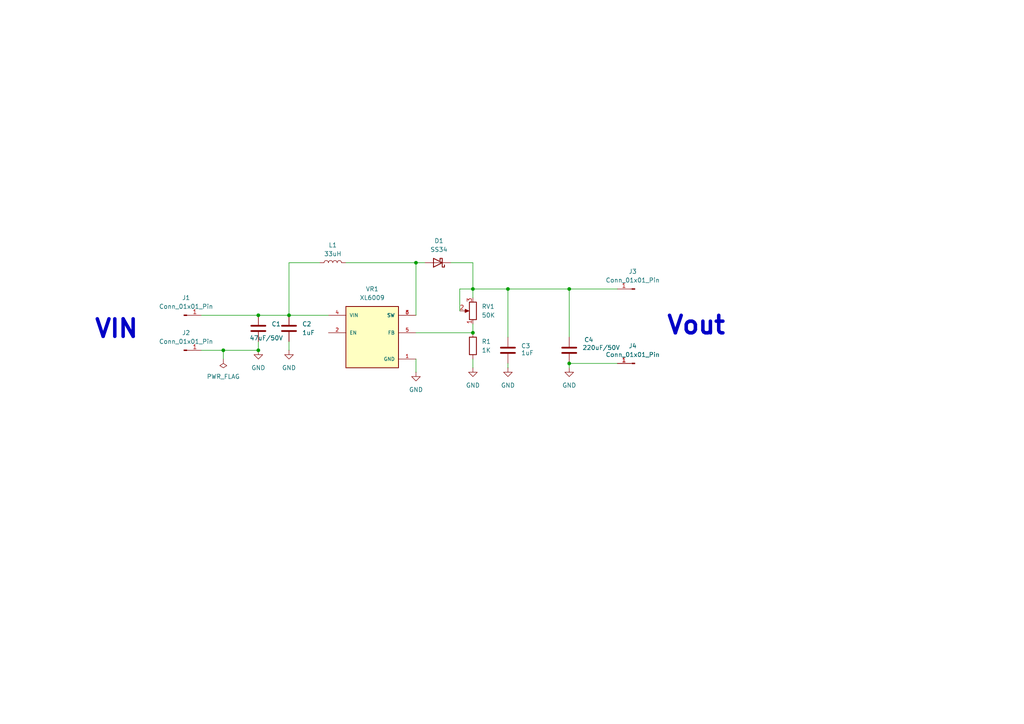
<source format=kicad_sch>
(kicad_sch
	(version 20231120)
	(generator "eeschema")
	(generator_version "8.0")
	(uuid "49da5771-1358-4459-9e64-e356adf6c2a8")
	(paper "A4")
	(title_block
		(title "DC-DC Boost Converter")
		(date "2024-10-11")
		(comment 1 "Drawn by Mamidala Anjali")
	)
	(lib_symbols
		(symbol "Connector:Conn_01x01_Pin"
			(pin_names
				(offset 1.016) hide)
			(exclude_from_sim no)
			(in_bom yes)
			(on_board yes)
			(property "Reference" "J"
				(at 0 2.54 0)
				(effects
					(font
						(size 1.27 1.27)
					)
				)
			)
			(property "Value" "Conn_01x01_Pin"
				(at 0 -2.54 0)
				(effects
					(font
						(size 1.27 1.27)
					)
				)
			)
			(property "Footprint" ""
				(at 0 0 0)
				(effects
					(font
						(size 1.27 1.27)
					)
					(hide yes)
				)
			)
			(property "Datasheet" "~"
				(at 0 0 0)
				(effects
					(font
						(size 1.27 1.27)
					)
					(hide yes)
				)
			)
			(property "Description" "Generic connector, single row, 01x01, script generated"
				(at 0 0 0)
				(effects
					(font
						(size 1.27 1.27)
					)
					(hide yes)
				)
			)
			(property "ki_locked" ""
				(at 0 0 0)
				(effects
					(font
						(size 1.27 1.27)
					)
				)
			)
			(property "ki_keywords" "connector"
				(at 0 0 0)
				(effects
					(font
						(size 1.27 1.27)
					)
					(hide yes)
				)
			)
			(property "ki_fp_filters" "Connector*:*_1x??_*"
				(at 0 0 0)
				(effects
					(font
						(size 1.27 1.27)
					)
					(hide yes)
				)
			)
			(symbol "Conn_01x01_Pin_1_1"
				(polyline
					(pts
						(xy 1.27 0) (xy 0.8636 0)
					)
					(stroke
						(width 0.1524)
						(type default)
					)
					(fill
						(type none)
					)
				)
				(rectangle
					(start 0.8636 0.127)
					(end 0 -0.127)
					(stroke
						(width 0.1524)
						(type default)
					)
					(fill
						(type outline)
					)
				)
				(pin passive line
					(at 5.08 0 180)
					(length 3.81)
					(name "Pin_1"
						(effects
							(font
								(size 1.27 1.27)
							)
						)
					)
					(number "1"
						(effects
							(font
								(size 1.27 1.27)
							)
						)
					)
				)
			)
		)
		(symbol "Device:C"
			(pin_numbers hide)
			(pin_names
				(offset 0.254)
			)
			(exclude_from_sim no)
			(in_bom yes)
			(on_board yes)
			(property "Reference" "C"
				(at 0.635 2.54 0)
				(effects
					(font
						(size 1.27 1.27)
					)
					(justify left)
				)
			)
			(property "Value" "C"
				(at 0.635 -2.54 0)
				(effects
					(font
						(size 1.27 1.27)
					)
					(justify left)
				)
			)
			(property "Footprint" ""
				(at 0.9652 -3.81 0)
				(effects
					(font
						(size 1.27 1.27)
					)
					(hide yes)
				)
			)
			(property "Datasheet" "~"
				(at 0 0 0)
				(effects
					(font
						(size 1.27 1.27)
					)
					(hide yes)
				)
			)
			(property "Description" "Unpolarized capacitor"
				(at 0 0 0)
				(effects
					(font
						(size 1.27 1.27)
					)
					(hide yes)
				)
			)
			(property "ki_keywords" "cap capacitor"
				(at 0 0 0)
				(effects
					(font
						(size 1.27 1.27)
					)
					(hide yes)
				)
			)
			(property "ki_fp_filters" "C_*"
				(at 0 0 0)
				(effects
					(font
						(size 1.27 1.27)
					)
					(hide yes)
				)
			)
			(symbol "C_0_1"
				(polyline
					(pts
						(xy -2.032 -0.762) (xy 2.032 -0.762)
					)
					(stroke
						(width 0.508)
						(type default)
					)
					(fill
						(type none)
					)
				)
				(polyline
					(pts
						(xy -2.032 0.762) (xy 2.032 0.762)
					)
					(stroke
						(width 0.508)
						(type default)
					)
					(fill
						(type none)
					)
				)
			)
			(symbol "C_1_1"
				(pin passive line
					(at 0 3.81 270)
					(length 2.794)
					(name "~"
						(effects
							(font
								(size 1.27 1.27)
							)
						)
					)
					(number "1"
						(effects
							(font
								(size 1.27 1.27)
							)
						)
					)
				)
				(pin passive line
					(at 0 -3.81 90)
					(length 2.794)
					(name "~"
						(effects
							(font
								(size 1.27 1.27)
							)
						)
					)
					(number "2"
						(effects
							(font
								(size 1.27 1.27)
							)
						)
					)
				)
			)
		)
		(symbol "Device:L"
			(pin_numbers hide)
			(pin_names
				(offset 1.016) hide)
			(exclude_from_sim no)
			(in_bom yes)
			(on_board yes)
			(property "Reference" "L"
				(at -1.27 0 90)
				(effects
					(font
						(size 1.27 1.27)
					)
				)
			)
			(property "Value" "L"
				(at 1.905 0 90)
				(effects
					(font
						(size 1.27 1.27)
					)
				)
			)
			(property "Footprint" ""
				(at 0 0 0)
				(effects
					(font
						(size 1.27 1.27)
					)
					(hide yes)
				)
			)
			(property "Datasheet" "~"
				(at 0 0 0)
				(effects
					(font
						(size 1.27 1.27)
					)
					(hide yes)
				)
			)
			(property "Description" "Inductor"
				(at 0 0 0)
				(effects
					(font
						(size 1.27 1.27)
					)
					(hide yes)
				)
			)
			(property "ki_keywords" "inductor choke coil reactor magnetic"
				(at 0 0 0)
				(effects
					(font
						(size 1.27 1.27)
					)
					(hide yes)
				)
			)
			(property "ki_fp_filters" "Choke_* *Coil* Inductor_* L_*"
				(at 0 0 0)
				(effects
					(font
						(size 1.27 1.27)
					)
					(hide yes)
				)
			)
			(symbol "L_0_1"
				(arc
					(start 0 -2.54)
					(mid 0.6323 -1.905)
					(end 0 -1.27)
					(stroke
						(width 0)
						(type default)
					)
					(fill
						(type none)
					)
				)
				(arc
					(start 0 -1.27)
					(mid 0.6323 -0.635)
					(end 0 0)
					(stroke
						(width 0)
						(type default)
					)
					(fill
						(type none)
					)
				)
				(arc
					(start 0 0)
					(mid 0.6323 0.635)
					(end 0 1.27)
					(stroke
						(width 0)
						(type default)
					)
					(fill
						(type none)
					)
				)
				(arc
					(start 0 1.27)
					(mid 0.6323 1.905)
					(end 0 2.54)
					(stroke
						(width 0)
						(type default)
					)
					(fill
						(type none)
					)
				)
			)
			(symbol "L_1_1"
				(pin passive line
					(at 0 3.81 270)
					(length 1.27)
					(name "1"
						(effects
							(font
								(size 1.27 1.27)
							)
						)
					)
					(number "1"
						(effects
							(font
								(size 1.27 1.27)
							)
						)
					)
				)
				(pin passive line
					(at 0 -3.81 90)
					(length 1.27)
					(name "2"
						(effects
							(font
								(size 1.27 1.27)
							)
						)
					)
					(number "2"
						(effects
							(font
								(size 1.27 1.27)
							)
						)
					)
				)
			)
		)
		(symbol "Device:R"
			(pin_numbers hide)
			(pin_names
				(offset 0)
			)
			(exclude_from_sim no)
			(in_bom yes)
			(on_board yes)
			(property "Reference" "R"
				(at 2.032 0 90)
				(effects
					(font
						(size 1.27 1.27)
					)
				)
			)
			(property "Value" "R"
				(at 0 0 90)
				(effects
					(font
						(size 1.27 1.27)
					)
				)
			)
			(property "Footprint" ""
				(at -1.778 0 90)
				(effects
					(font
						(size 1.27 1.27)
					)
					(hide yes)
				)
			)
			(property "Datasheet" "~"
				(at 0 0 0)
				(effects
					(font
						(size 1.27 1.27)
					)
					(hide yes)
				)
			)
			(property "Description" "Resistor"
				(at 0 0 0)
				(effects
					(font
						(size 1.27 1.27)
					)
					(hide yes)
				)
			)
			(property "ki_keywords" "R res resistor"
				(at 0 0 0)
				(effects
					(font
						(size 1.27 1.27)
					)
					(hide yes)
				)
			)
			(property "ki_fp_filters" "R_*"
				(at 0 0 0)
				(effects
					(font
						(size 1.27 1.27)
					)
					(hide yes)
				)
			)
			(symbol "R_0_1"
				(rectangle
					(start -1.016 -2.54)
					(end 1.016 2.54)
					(stroke
						(width 0.254)
						(type default)
					)
					(fill
						(type none)
					)
				)
			)
			(symbol "R_1_1"
				(pin passive line
					(at 0 3.81 270)
					(length 1.27)
					(name "~"
						(effects
							(font
								(size 1.27 1.27)
							)
						)
					)
					(number "1"
						(effects
							(font
								(size 1.27 1.27)
							)
						)
					)
				)
				(pin passive line
					(at 0 -3.81 90)
					(length 1.27)
					(name "~"
						(effects
							(font
								(size 1.27 1.27)
							)
						)
					)
					(number "2"
						(effects
							(font
								(size 1.27 1.27)
							)
						)
					)
				)
			)
		)
		(symbol "Device:R_Potentiometer"
			(pin_names
				(offset 1.016) hide)
			(exclude_from_sim no)
			(in_bom yes)
			(on_board yes)
			(property "Reference" "RV"
				(at -4.445 0 90)
				(effects
					(font
						(size 1.27 1.27)
					)
				)
			)
			(property "Value" "R_Potentiometer"
				(at -2.54 0 90)
				(effects
					(font
						(size 1.27 1.27)
					)
				)
			)
			(property "Footprint" ""
				(at 0 0 0)
				(effects
					(font
						(size 1.27 1.27)
					)
					(hide yes)
				)
			)
			(property "Datasheet" "~"
				(at 0 0 0)
				(effects
					(font
						(size 1.27 1.27)
					)
					(hide yes)
				)
			)
			(property "Description" "Potentiometer"
				(at 0 0 0)
				(effects
					(font
						(size 1.27 1.27)
					)
					(hide yes)
				)
			)
			(property "ki_keywords" "resistor variable"
				(at 0 0 0)
				(effects
					(font
						(size 1.27 1.27)
					)
					(hide yes)
				)
			)
			(property "ki_fp_filters" "Potentiometer*"
				(at 0 0 0)
				(effects
					(font
						(size 1.27 1.27)
					)
					(hide yes)
				)
			)
			(symbol "R_Potentiometer_0_1"
				(polyline
					(pts
						(xy 2.54 0) (xy 1.524 0)
					)
					(stroke
						(width 0)
						(type default)
					)
					(fill
						(type none)
					)
				)
				(polyline
					(pts
						(xy 1.143 0) (xy 2.286 0.508) (xy 2.286 -0.508) (xy 1.143 0)
					)
					(stroke
						(width 0)
						(type default)
					)
					(fill
						(type outline)
					)
				)
				(rectangle
					(start 1.016 2.54)
					(end -1.016 -2.54)
					(stroke
						(width 0.254)
						(type default)
					)
					(fill
						(type none)
					)
				)
			)
			(symbol "R_Potentiometer_1_1"
				(pin passive line
					(at 0 3.81 270)
					(length 1.27)
					(name "1"
						(effects
							(font
								(size 1.27 1.27)
							)
						)
					)
					(number "1"
						(effects
							(font
								(size 1.27 1.27)
							)
						)
					)
				)
				(pin passive line
					(at 3.81 0 180)
					(length 1.27)
					(name "2"
						(effects
							(font
								(size 1.27 1.27)
							)
						)
					)
					(number "2"
						(effects
							(font
								(size 1.27 1.27)
							)
						)
					)
				)
				(pin passive line
					(at 0 -3.81 90)
					(length 1.27)
					(name "3"
						(effects
							(font
								(size 1.27 1.27)
							)
						)
					)
					(number "3"
						(effects
							(font
								(size 1.27 1.27)
							)
						)
					)
				)
			)
		)
		(symbol "Diode:SS34"
			(pin_numbers hide)
			(pin_names
				(offset 1.016) hide)
			(exclude_from_sim no)
			(in_bom yes)
			(on_board yes)
			(property "Reference" "D"
				(at 0 2.54 0)
				(effects
					(font
						(size 1.27 1.27)
					)
				)
			)
			(property "Value" "SS34"
				(at 0 -2.54 0)
				(effects
					(font
						(size 1.27 1.27)
					)
				)
			)
			(property "Footprint" "Diode_SMD:D_SMA"
				(at 0 -4.445 0)
				(effects
					(font
						(size 1.27 1.27)
					)
					(hide yes)
				)
			)
			(property "Datasheet" "https://www.vishay.com/docs/88751/ss32.pdf"
				(at 0 0 0)
				(effects
					(font
						(size 1.27 1.27)
					)
					(hide yes)
				)
			)
			(property "Description" "40V 3A Schottky Diode, SMA"
				(at 0 0 0)
				(effects
					(font
						(size 1.27 1.27)
					)
					(hide yes)
				)
			)
			(property "ki_keywords" "diode Schottky"
				(at 0 0 0)
				(effects
					(font
						(size 1.27 1.27)
					)
					(hide yes)
				)
			)
			(property "ki_fp_filters" "D*SMA*"
				(at 0 0 0)
				(effects
					(font
						(size 1.27 1.27)
					)
					(hide yes)
				)
			)
			(symbol "SS34_0_1"
				(polyline
					(pts
						(xy 1.27 0) (xy -1.27 0)
					)
					(stroke
						(width 0)
						(type default)
					)
					(fill
						(type none)
					)
				)
				(polyline
					(pts
						(xy 1.27 1.27) (xy 1.27 -1.27) (xy -1.27 0) (xy 1.27 1.27)
					)
					(stroke
						(width 0.254)
						(type default)
					)
					(fill
						(type none)
					)
				)
				(polyline
					(pts
						(xy -1.905 0.635) (xy -1.905 1.27) (xy -1.27 1.27) (xy -1.27 -1.27) (xy -0.635 -1.27) (xy -0.635 -0.635)
					)
					(stroke
						(width 0.254)
						(type default)
					)
					(fill
						(type none)
					)
				)
			)
			(symbol "SS34_1_1"
				(pin passive line
					(at -3.81 0 0)
					(length 2.54)
					(name "K"
						(effects
							(font
								(size 1.27 1.27)
							)
						)
					)
					(number "1"
						(effects
							(font
								(size 1.27 1.27)
							)
						)
					)
				)
				(pin passive line
					(at 3.81 0 180)
					(length 2.54)
					(name "A"
						(effects
							(font
								(size 1.27 1.27)
							)
						)
					)
					(number "2"
						(effects
							(font
								(size 1.27 1.27)
							)
						)
					)
				)
			)
		)
		(symbol "XL6009:XL6009"
			(pin_names
				(offset 1.016)
			)
			(exclude_from_sim no)
			(in_bom yes)
			(on_board yes)
			(property "Reference" "VR"
				(at -7.62 8.89 0)
				(effects
					(font
						(size 1.27 1.27)
					)
					(justify left bottom)
				)
			)
			(property "Value" "XL6009"
				(at -7.62 -11.43 0)
				(effects
					(font
						(size 1.27 1.27)
					)
					(justify left top)
				)
			)
			(property "Footprint" "XL6009:DPAK170P1435X465-6N"
				(at 0 0 0)
				(effects
					(font
						(size 1.27 1.27)
					)
					(justify bottom)
					(hide yes)
				)
			)
			(property "Datasheet" ""
				(at 0 0 0)
				(effects
					(font
						(size 1.27 1.27)
					)
					(hide yes)
				)
			)
			(property "Description" ""
				(at 0 0 0)
				(effects
					(font
						(size 1.27 1.27)
					)
					(hide yes)
				)
			)
			(property "MF" "XLSEMI"
				(at 0 0 0)
				(effects
					(font
						(size 1.27 1.27)
					)
					(justify bottom)
					(hide yes)
				)
			)
			(property "MAXIMUM_PACKAGE_HEIGHT" "4.65mm"
				(at 0 0 0)
				(effects
					(font
						(size 1.27 1.27)
					)
					(justify bottom)
					(hide yes)
				)
			)
			(property "Package" "TO-263-5L XLSEMI"
				(at 0 0 0)
				(effects
					(font
						(size 1.27 1.27)
					)
					(justify bottom)
					(hide yes)
				)
			)
			(property "Price" "None"
				(at 0 0 0)
				(effects
					(font
						(size 1.27 1.27)
					)
					(justify bottom)
					(hide yes)
				)
			)
			(property "Check_prices" "https://www.snapeda.com/parts/XL6009/XLSEMI/view-part/?ref=eda"
				(at 0 0 0)
				(effects
					(font
						(size 1.27 1.27)
					)
					(justify bottom)
					(hide yes)
				)
			)
			(property "STANDARD" "IPC-7351B"
				(at 0 0 0)
				(effects
					(font
						(size 1.27 1.27)
					)
					(justify bottom)
					(hide yes)
				)
			)
			(property "PARTREV" "1.1"
				(at 0 0 0)
				(effects
					(font
						(size 1.27 1.27)
					)
					(justify bottom)
					(hide yes)
				)
			)
			(property "SnapEDA_Link" "https://www.snapeda.com/parts/XL6009/XLSEMI/view-part/?ref=snap"
				(at 0 0 0)
				(effects
					(font
						(size 1.27 1.27)
					)
					(justify bottom)
					(hide yes)
				)
			)
			(property "MP" "XL6009"
				(at 0 0 0)
				(effects
					(font
						(size 1.27 1.27)
					)
					(justify bottom)
					(hide yes)
				)
			)
			(property "Description_1" "\nThe XL6009 regulator is a wide input range, current mode, DC/DC converter which is capable of generating either positive or negative output voltages.\n"
				(at 0 0 0)
				(effects
					(font
						(size 1.27 1.27)
					)
					(justify bottom)
					(hide yes)
				)
			)
			(property "Availability" "In Stock"
				(at 0 0 0)
				(effects
					(font
						(size 1.27 1.27)
					)
					(justify bottom)
					(hide yes)
				)
			)
			(property "MANUFACTURER" "XLSEMI"
				(at 0 0 0)
				(effects
					(font
						(size 1.27 1.27)
					)
					(justify bottom)
					(hide yes)
				)
			)
			(symbol "XL6009_0_0"
				(rectangle
					(start -7.62 -10.16)
					(end 7.62 7.62)
					(stroke
						(width 0.254)
						(type default)
					)
					(fill
						(type background)
					)
				)
				(pin power_in line
					(at 12.7 -7.62 180)
					(length 5.08)
					(name "GND"
						(effects
							(font
								(size 1.016 1.016)
							)
						)
					)
					(number "1"
						(effects
							(font
								(size 1.016 1.016)
							)
						)
					)
				)
				(pin input line
					(at -12.7 0 0)
					(length 5.08)
					(name "EN"
						(effects
							(font
								(size 1.016 1.016)
							)
						)
					)
					(number "2"
						(effects
							(font
								(size 1.016 1.016)
							)
						)
					)
				)
				(pin output line
					(at 12.7 5.08 180)
					(length 5.08)
					(name "SW"
						(effects
							(font
								(size 1.016 1.016)
							)
						)
					)
					(number "3"
						(effects
							(font
								(size 1.016 1.016)
							)
						)
					)
				)
				(pin input line
					(at -12.7 5.08 0)
					(length 5.08)
					(name "VIN"
						(effects
							(font
								(size 1.016 1.016)
							)
						)
					)
					(number "4"
						(effects
							(font
								(size 1.016 1.016)
							)
						)
					)
				)
				(pin input line
					(at 12.7 0 180)
					(length 5.08)
					(name "FB"
						(effects
							(font
								(size 1.016 1.016)
							)
						)
					)
					(number "5"
						(effects
							(font
								(size 1.016 1.016)
							)
						)
					)
				)
				(pin output line
					(at 12.7 5.08 180)
					(length 5.08)
					(name "SW"
						(effects
							(font
								(size 1.016 1.016)
							)
						)
					)
					(number "6"
						(effects
							(font
								(size 1.016 1.016)
							)
						)
					)
				)
			)
		)
		(symbol "power:GND"
			(power)
			(pin_numbers hide)
			(pin_names
				(offset 0) hide)
			(exclude_from_sim no)
			(in_bom yes)
			(on_board yes)
			(property "Reference" "#PWR"
				(at 0 -6.35 0)
				(effects
					(font
						(size 1.27 1.27)
					)
					(hide yes)
				)
			)
			(property "Value" "GND"
				(at 0 -3.81 0)
				(effects
					(font
						(size 1.27 1.27)
					)
				)
			)
			(property "Footprint" ""
				(at 0 0 0)
				(effects
					(font
						(size 1.27 1.27)
					)
					(hide yes)
				)
			)
			(property "Datasheet" ""
				(at 0 0 0)
				(effects
					(font
						(size 1.27 1.27)
					)
					(hide yes)
				)
			)
			(property "Description" "Power symbol creates a global label with name \"GND\" , ground"
				(at 0 0 0)
				(effects
					(font
						(size 1.27 1.27)
					)
					(hide yes)
				)
			)
			(property "ki_keywords" "global power"
				(at 0 0 0)
				(effects
					(font
						(size 1.27 1.27)
					)
					(hide yes)
				)
			)
			(symbol "GND_0_1"
				(polyline
					(pts
						(xy 0 0) (xy 0 -1.27) (xy 1.27 -1.27) (xy 0 -2.54) (xy -1.27 -1.27) (xy 0 -1.27)
					)
					(stroke
						(width 0)
						(type default)
					)
					(fill
						(type none)
					)
				)
			)
			(symbol "GND_1_1"
				(pin power_in line
					(at 0 0 270)
					(length 0)
					(name "~"
						(effects
							(font
								(size 1.27 1.27)
							)
						)
					)
					(number "1"
						(effects
							(font
								(size 1.27 1.27)
							)
						)
					)
				)
			)
		)
		(symbol "power:PWR_FLAG"
			(power)
			(pin_numbers hide)
			(pin_names
				(offset 0) hide)
			(exclude_from_sim no)
			(in_bom yes)
			(on_board yes)
			(property "Reference" "#FLG"
				(at 0 1.905 0)
				(effects
					(font
						(size 1.27 1.27)
					)
					(hide yes)
				)
			)
			(property "Value" "PWR_FLAG"
				(at 0 3.81 0)
				(effects
					(font
						(size 1.27 1.27)
					)
				)
			)
			(property "Footprint" ""
				(at 0 0 0)
				(effects
					(font
						(size 1.27 1.27)
					)
					(hide yes)
				)
			)
			(property "Datasheet" "~"
				(at 0 0 0)
				(effects
					(font
						(size 1.27 1.27)
					)
					(hide yes)
				)
			)
			(property "Description" "Special symbol for telling ERC where power comes from"
				(at 0 0 0)
				(effects
					(font
						(size 1.27 1.27)
					)
					(hide yes)
				)
			)
			(property "ki_keywords" "flag power"
				(at 0 0 0)
				(effects
					(font
						(size 1.27 1.27)
					)
					(hide yes)
				)
			)
			(symbol "PWR_FLAG_0_0"
				(pin power_out line
					(at 0 0 90)
					(length 0)
					(name "~"
						(effects
							(font
								(size 1.27 1.27)
							)
						)
					)
					(number "1"
						(effects
							(font
								(size 1.27 1.27)
							)
						)
					)
				)
			)
			(symbol "PWR_FLAG_0_1"
				(polyline
					(pts
						(xy 0 0) (xy 0 1.27) (xy -1.016 1.905) (xy 0 2.54) (xy 1.016 1.905) (xy 0 1.27)
					)
					(stroke
						(width 0)
						(type default)
					)
					(fill
						(type none)
					)
				)
			)
		)
	)
	(junction
		(at 120.65 76.2)
		(diameter 0)
		(color 0 0 0 0)
		(uuid "33a84b26-5405-4288-9935-482ea8ebf267")
	)
	(junction
		(at 165.1 105.41)
		(diameter 0)
		(color 0 0 0 0)
		(uuid "392439a7-4fdb-4da6-b9fb-541776c5844f")
	)
	(junction
		(at 165.1 83.82)
		(diameter 0)
		(color 0 0 0 0)
		(uuid "3b44d857-5cc9-4e55-ae8c-502d2e3717ee")
	)
	(junction
		(at 74.93 91.44)
		(diameter 0)
		(color 0 0 0 0)
		(uuid "530a991d-12c3-4f9b-a91e-78f01b7ce363")
	)
	(junction
		(at 147.32 83.82)
		(diameter 0)
		(color 0 0 0 0)
		(uuid "5893e4c5-06a3-4e21-956f-c367ae64d9ab")
	)
	(junction
		(at 83.82 91.44)
		(diameter 0)
		(color 0 0 0 0)
		(uuid "6c9f6887-24ac-4cfb-8aad-a4344d3b19c0")
	)
	(junction
		(at 137.16 96.52)
		(diameter 0)
		(color 0 0 0 0)
		(uuid "7d529f45-2cce-40a1-a46b-9543d1744391")
	)
	(junction
		(at 137.16 83.82)
		(diameter 0)
		(color 0 0 0 0)
		(uuid "7df48299-0861-429f-83b7-6e9934c6c2c8")
	)
	(junction
		(at 74.93 101.6)
		(diameter 0)
		(color 0 0 0 0)
		(uuid "80209ca6-f0bb-4c12-9c8e-3da23524ff95")
	)
	(junction
		(at 64.77 101.6)
		(diameter 0)
		(color 0 0 0 0)
		(uuid "90ad817f-6f4d-49e9-b9bf-69346ea36815")
	)
	(wire
		(pts
			(xy 120.65 96.52) (xy 137.16 96.52)
		)
		(stroke
			(width 0)
			(type default)
		)
		(uuid "0c91b678-c2f1-4a15-91fb-95791d63b713")
	)
	(wire
		(pts
			(xy 83.82 91.44) (xy 95.25 91.44)
		)
		(stroke
			(width 0)
			(type default)
		)
		(uuid "0cbce00d-1e13-41a8-8d1a-df8414890da4")
	)
	(wire
		(pts
			(xy 74.93 91.44) (xy 83.82 91.44)
		)
		(stroke
			(width 0)
			(type default)
		)
		(uuid "12aae57e-7eb7-493d-bb34-9a41ce458ae1")
	)
	(wire
		(pts
			(xy 133.35 83.82) (xy 137.16 83.82)
		)
		(stroke
			(width 0)
			(type default)
		)
		(uuid "1b8e99d3-af46-46c7-bb83-afb721e2ba12")
	)
	(wire
		(pts
			(xy 165.1 105.41) (xy 165.1 106.68)
		)
		(stroke
			(width 0)
			(type default)
		)
		(uuid "20401037-d080-4a78-9114-9446dc61239a")
	)
	(wire
		(pts
			(xy 165.1 83.82) (xy 165.1 97.79)
		)
		(stroke
			(width 0)
			(type default)
		)
		(uuid "2213c993-bf99-4439-b1e1-83468e444d05")
	)
	(wire
		(pts
			(xy 64.77 101.6) (xy 74.93 101.6)
		)
		(stroke
			(width 0)
			(type default)
		)
		(uuid "271b4c9a-e348-4fd9-a6b4-4424063ad631")
	)
	(wire
		(pts
			(xy 133.35 90.17) (xy 133.35 83.82)
		)
		(stroke
			(width 0)
			(type default)
		)
		(uuid "31c9d85f-de85-43a7-bb2f-2415a518a410")
	)
	(wire
		(pts
			(xy 165.1 83.82) (xy 179.07 83.82)
		)
		(stroke
			(width 0)
			(type default)
		)
		(uuid "3c97ee3a-8143-434d-8a7f-7752480e3024")
	)
	(wire
		(pts
			(xy 83.82 101.6) (xy 83.82 99.06)
		)
		(stroke
			(width 0)
			(type default)
		)
		(uuid "477cf965-25c6-42be-8d15-4d450ecbedf4")
	)
	(wire
		(pts
			(xy 147.32 97.79) (xy 147.32 83.82)
		)
		(stroke
			(width 0)
			(type default)
		)
		(uuid "4821ed81-ac4f-4a48-b0f9-5b0583c5e6ea")
	)
	(wire
		(pts
			(xy 83.82 76.2) (xy 92.71 76.2)
		)
		(stroke
			(width 0)
			(type default)
		)
		(uuid "49c33a12-9fe5-49ed-8e76-49d343f6fda5")
	)
	(wire
		(pts
			(xy 100.33 76.2) (xy 120.65 76.2)
		)
		(stroke
			(width 0)
			(type default)
		)
		(uuid "5a73a682-32a7-49ec-886f-643bcf22f4e8")
	)
	(wire
		(pts
			(xy 58.42 101.6) (xy 64.77 101.6)
		)
		(stroke
			(width 0)
			(type default)
		)
		(uuid "63095eb6-3a78-43c6-b65c-b293b12be152")
	)
	(wire
		(pts
			(xy 137.16 104.14) (xy 137.16 106.68)
		)
		(stroke
			(width 0)
			(type default)
		)
		(uuid "644c56b1-07bc-47d5-9c7e-e0be537911a0")
	)
	(wire
		(pts
			(xy 58.42 91.44) (xy 74.93 91.44)
		)
		(stroke
			(width 0)
			(type default)
		)
		(uuid "72bd83a8-0c83-4321-85a3-65eef60b7c2b")
	)
	(wire
		(pts
			(xy 147.32 105.41) (xy 147.32 106.68)
		)
		(stroke
			(width 0)
			(type default)
		)
		(uuid "80628bd7-1757-448d-9e20-d3132d663c1e")
	)
	(wire
		(pts
			(xy 137.16 83.82) (xy 137.16 86.36)
		)
		(stroke
			(width 0)
			(type default)
		)
		(uuid "86a60686-af79-4751-90d3-3023a55bc7b0")
	)
	(wire
		(pts
			(xy 147.32 83.82) (xy 165.1 83.82)
		)
		(stroke
			(width 0)
			(type default)
		)
		(uuid "963611d2-2fa7-4953-ba8d-1a1707604650")
	)
	(wire
		(pts
			(xy 137.16 76.2) (xy 137.16 83.82)
		)
		(stroke
			(width 0)
			(type default)
		)
		(uuid "aa61c2f9-e093-402a-a0a1-c84b8750fd7e")
	)
	(wire
		(pts
			(xy 137.16 93.98) (xy 137.16 96.52)
		)
		(stroke
			(width 0)
			(type default)
		)
		(uuid "ba01fb48-df14-4e99-b3c9-222922f144a8")
	)
	(wire
		(pts
			(xy 137.16 83.82) (xy 147.32 83.82)
		)
		(stroke
			(width 0)
			(type default)
		)
		(uuid "bf2fb587-634b-4784-8888-901d9a4d21c2")
	)
	(wire
		(pts
			(xy 83.82 91.44) (xy 83.82 76.2)
		)
		(stroke
			(width 0)
			(type default)
		)
		(uuid "d4fcfe86-5b13-4df0-baa2-98f56563a06f")
	)
	(wire
		(pts
			(xy 120.65 76.2) (xy 123.19 76.2)
		)
		(stroke
			(width 0)
			(type default)
		)
		(uuid "d78e51d5-f0f6-434b-a002-df1c1a4bb0ef")
	)
	(wire
		(pts
			(xy 130.81 76.2) (xy 137.16 76.2)
		)
		(stroke
			(width 0)
			(type default)
		)
		(uuid "dd96af55-8116-468b-8a74-18ea0a563550")
	)
	(wire
		(pts
			(xy 74.93 99.06) (xy 74.93 101.6)
		)
		(stroke
			(width 0)
			(type default)
		)
		(uuid "e3201c60-d6e5-4f68-b8cd-0d34266c3956")
	)
	(wire
		(pts
			(xy 64.77 101.6) (xy 64.77 104.14)
		)
		(stroke
			(width 0)
			(type default)
		)
		(uuid "e5f3dbbe-1bb0-43fb-b0c2-d50b44ad94e9")
	)
	(wire
		(pts
			(xy 120.65 76.2) (xy 120.65 91.44)
		)
		(stroke
			(width 0)
			(type default)
		)
		(uuid "eb2ca7ab-4e8f-4146-9760-49a023e73adf")
	)
	(wire
		(pts
			(xy 120.65 104.14) (xy 120.65 107.95)
		)
		(stroke
			(width 0)
			(type default)
		)
		(uuid "f12275c1-2ea4-4145-8100-cf2967151c42")
	)
	(wire
		(pts
			(xy 165.1 105.41) (xy 179.07 105.41)
		)
		(stroke
			(width 0)
			(type default)
		)
		(uuid "fca8a423-d22c-4aed-b7ae-d304658d0d67")
	)
	(text "Vout"
		(exclude_from_sim no)
		(at 201.93 94.488 0)
		(effects
			(font
				(size 5.08 5.08)
				(thickness 1.016)
				(bold yes)
			)
		)
		(uuid "9aa0cb9e-1f8e-4c81-9aec-d03dd088ea72")
	)
	(text "VIN"
		(exclude_from_sim no)
		(at 33.782 95.504 0)
		(effects
			(font
				(size 5.08 5.08)
				(thickness 1.016)
				(bold yes)
			)
		)
		(uuid "f9418ef5-556c-4d81-974d-1314c33187e2")
	)
	(symbol
		(lib_id "XL6009:XL6009")
		(at 107.95 96.52 0)
		(unit 1)
		(exclude_from_sim no)
		(in_bom yes)
		(on_board yes)
		(dnp no)
		(fields_autoplaced yes)
		(uuid "04e2e4ee-50f7-417a-8a5a-83d8f8bd7ed3")
		(property "Reference" "VR1"
			(at 107.95 83.82 0)
			(effects
				(font
					(size 1.27 1.27)
				)
			)
		)
		(property "Value" "XL6009"
			(at 107.95 86.36 0)
			(effects
				(font
					(size 1.27 1.27)
				)
			)
		)
		(property "Footprint" "XL6009:DPAK170P1435X465-6N"
			(at 107.95 96.52 0)
			(effects
				(font
					(size 1.27 1.27)
				)
				(justify bottom)
				(hide yes)
			)
		)
		(property "Datasheet" ""
			(at 107.95 96.52 0)
			(effects
				(font
					(size 1.27 1.27)
				)
				(hide yes)
			)
		)
		(property "Description" ""
			(at 107.95 96.52 0)
			(effects
				(font
					(size 1.27 1.27)
				)
				(hide yes)
			)
		)
		(property "MF" "XLSEMI"
			(at 107.95 96.52 0)
			(effects
				(font
					(size 1.27 1.27)
				)
				(justify bottom)
				(hide yes)
			)
		)
		(property "MAXIMUM_PACKAGE_HEIGHT" "4.65mm"
			(at 107.95 96.52 0)
			(effects
				(font
					(size 1.27 1.27)
				)
				(justify bottom)
				(hide yes)
			)
		)
		(property "Package" "TO-263-5L XLSEMI"
			(at 107.95 96.52 0)
			(effects
				(font
					(size 1.27 1.27)
				)
				(justify bottom)
				(hide yes)
			)
		)
		(property "Price" "None"
			(at 107.95 96.52 0)
			(effects
				(font
					(size 1.27 1.27)
				)
				(justify bottom)
				(hide yes)
			)
		)
		(property "Check_prices" "https://www.snapeda.com/parts/XL6009/XLSEMI/view-part/?ref=eda"
			(at 107.95 96.52 0)
			(effects
				(font
					(size 1.27 1.27)
				)
				(justify bottom)
				(hide yes)
			)
		)
		(property "STANDARD" "IPC-7351B"
			(at 107.95 96.52 0)
			(effects
				(font
					(size 1.27 1.27)
				)
				(justify bottom)
				(hide yes)
			)
		)
		(property "PARTREV" "1.1"
			(at 107.95 96.52 0)
			(effects
				(font
					(size 1.27 1.27)
				)
				(justify bottom)
				(hide yes)
			)
		)
		(property "SnapEDA_Link" "https://www.snapeda.com/parts/XL6009/XLSEMI/view-part/?ref=snap"
			(at 107.95 96.52 0)
			(effects
				(font
					(size 1.27 1.27)
				)
				(justify bottom)
				(hide yes)
			)
		)
		(property "MP" "XL6009"
			(at 107.95 96.52 0)
			(effects
				(font
					(size 1.27 1.27)
				)
				(justify bottom)
				(hide yes)
			)
		)
		(property "Description_1" "\nThe XL6009 regulator is a wide input range, current mode, DC/DC converter which is capable of generating either positive or negative output voltages.\n"
			(at 107.95 96.52 0)
			(effects
				(font
					(size 1.27 1.27)
				)
				(justify bottom)
				(hide yes)
			)
		)
		(property "Availability" "In Stock"
			(at 107.95 96.52 0)
			(effects
				(font
					(size 1.27 1.27)
				)
				(justify bottom)
				(hide yes)
			)
		)
		(property "MANUFACTURER" "XLSEMI"
			(at 107.95 96.52 0)
			(effects
				(font
					(size 1.27 1.27)
				)
				(justify bottom)
				(hide yes)
			)
		)
		(pin "2"
			(uuid "c978b05e-96d0-420e-bd27-c4a9ba84b866")
		)
		(pin "1"
			(uuid "e7bdefaa-6d59-4699-8101-9bddc164251f")
		)
		(pin "4"
			(uuid "033fa3a2-877f-4378-9bc4-2171b2708c7d")
		)
		(pin "5"
			(uuid "45335743-1ca8-4de8-8d41-fd19591e5855")
		)
		(pin "3"
			(uuid "6895bf34-8b2d-413d-99dd-1d70947d48df")
		)
		(pin "6"
			(uuid "46efdba0-4b08-491a-a271-49ac30d89153")
		)
		(instances
			(project ""
				(path "/49da5771-1358-4459-9e64-e356adf6c2a8"
					(reference "VR1")
					(unit 1)
				)
			)
		)
	)
	(symbol
		(lib_id "Device:C")
		(at 83.82 95.25 0)
		(unit 1)
		(exclude_from_sim no)
		(in_bom yes)
		(on_board yes)
		(dnp no)
		(fields_autoplaced yes)
		(uuid "1882097f-e611-45c0-a223-cfc86d153b78")
		(property "Reference" "C2"
			(at 87.63 93.9799 0)
			(effects
				(font
					(size 1.27 1.27)
				)
				(justify left)
			)
		)
		(property "Value" "1uF"
			(at 87.63 96.5199 0)
			(effects
				(font
					(size 1.27 1.27)
				)
				(justify left)
			)
		)
		(property "Footprint" "Capacitor_SMD:C_0805_2012Metric"
			(at 84.7852 99.06 0)
			(effects
				(font
					(size 1.27 1.27)
				)
				(hide yes)
			)
		)
		(property "Datasheet" "~"
			(at 83.82 95.25 0)
			(effects
				(font
					(size 1.27 1.27)
				)
				(hide yes)
			)
		)
		(property "Description" "Unpolarized capacitor"
			(at 83.82 95.25 0)
			(effects
				(font
					(size 1.27 1.27)
				)
				(hide yes)
			)
		)
		(pin "2"
			(uuid "f9c448a0-43ea-4ab9-9458-39b736c1ad9c")
		)
		(pin "1"
			(uuid "e7866522-c81a-4419-a2f7-98d234619123")
		)
		(instances
			(project ""
				(path "/49da5771-1358-4459-9e64-e356adf6c2a8"
					(reference "C2")
					(unit 1)
				)
			)
		)
	)
	(symbol
		(lib_id "power:GND")
		(at 74.93 101.6 0)
		(unit 1)
		(exclude_from_sim no)
		(in_bom yes)
		(on_board yes)
		(dnp no)
		(fields_autoplaced yes)
		(uuid "1ab7bf8b-9bd7-4887-b49d-072c728e808c")
		(property "Reference" "#PWR01"
			(at 74.93 107.95 0)
			(effects
				(font
					(size 1.27 1.27)
				)
				(hide yes)
			)
		)
		(property "Value" "GND"
			(at 74.93 106.68 0)
			(effects
				(font
					(size 1.27 1.27)
				)
			)
		)
		(property "Footprint" ""
			(at 74.93 101.6 0)
			(effects
				(font
					(size 1.27 1.27)
				)
				(hide yes)
			)
		)
		(property "Datasheet" ""
			(at 74.93 101.6 0)
			(effects
				(font
					(size 1.27 1.27)
				)
				(hide yes)
			)
		)
		(property "Description" "Power symbol creates a global label with name \"GND\" , ground"
			(at 74.93 101.6 0)
			(effects
				(font
					(size 1.27 1.27)
				)
				(hide yes)
			)
		)
		(pin "1"
			(uuid "66f850d8-fbd6-4e03-b173-5e2635d576ed")
		)
		(instances
			(project ""
				(path "/49da5771-1358-4459-9e64-e356adf6c2a8"
					(reference "#PWR01")
					(unit 1)
				)
			)
		)
	)
	(symbol
		(lib_id "Device:R_Potentiometer")
		(at 137.16 90.17 180)
		(unit 1)
		(exclude_from_sim no)
		(in_bom yes)
		(on_board yes)
		(dnp no)
		(fields_autoplaced yes)
		(uuid "2150e08c-fe30-4937-8cc1-86c2c26e183f")
		(property "Reference" "RV1"
			(at 139.7 88.8999 0)
			(effects
				(font
					(size 1.27 1.27)
				)
				(justify right)
			)
		)
		(property "Value" "50K"
			(at 139.7 91.4399 0)
			(effects
				(font
					(size 1.27 1.27)
				)
				(justify right)
			)
		)
		(property "Footprint" "Potentiometer_THT:Potentiometer_Bourns_3296W_Vertical"
			(at 137.16 90.17 0)
			(effects
				(font
					(size 1.27 1.27)
				)
				(hide yes)
			)
		)
		(property "Datasheet" "~"
			(at 137.16 90.17 0)
			(effects
				(font
					(size 1.27 1.27)
				)
				(hide yes)
			)
		)
		(property "Description" "Potentiometer"
			(at 137.16 90.17 0)
			(effects
				(font
					(size 1.27 1.27)
				)
				(hide yes)
			)
		)
		(pin "1"
			(uuid "41e2719b-9620-4e46-975e-e317d871e7de")
		)
		(pin "3"
			(uuid "87ec2073-427a-4103-ac2a-10785360fcc9")
		)
		(pin "2"
			(uuid "d3b217e4-80f5-450c-9f62-61b962c12ce1")
		)
		(instances
			(project ""
				(path "/49da5771-1358-4459-9e64-e356adf6c2a8"
					(reference "RV1")
					(unit 1)
				)
			)
		)
	)
	(symbol
		(lib_id "power:GND")
		(at 120.65 107.95 0)
		(unit 1)
		(exclude_from_sim no)
		(in_bom yes)
		(on_board yes)
		(dnp no)
		(fields_autoplaced yes)
		(uuid "368a49cd-7280-46ff-a7c0-15c7ebb07b56")
		(property "Reference" "#PWR06"
			(at 120.65 114.3 0)
			(effects
				(font
					(size 1.27 1.27)
				)
				(hide yes)
			)
		)
		(property "Value" "GND"
			(at 120.65 113.03 0)
			(effects
				(font
					(size 1.27 1.27)
				)
			)
		)
		(property "Footprint" ""
			(at 120.65 107.95 0)
			(effects
				(font
					(size 1.27 1.27)
				)
				(hide yes)
			)
		)
		(property "Datasheet" ""
			(at 120.65 107.95 0)
			(effects
				(font
					(size 1.27 1.27)
				)
				(hide yes)
			)
		)
		(property "Description" "Power symbol creates a global label with name \"GND\" , ground"
			(at 120.65 107.95 0)
			(effects
				(font
					(size 1.27 1.27)
				)
				(hide yes)
			)
		)
		(pin "1"
			(uuid "1db58d97-004a-4a1a-b4d2-6df8f03ac733")
		)
		(instances
			(project "DC-DC Boost converter"
				(path "/49da5771-1358-4459-9e64-e356adf6c2a8"
					(reference "#PWR06")
					(unit 1)
				)
			)
		)
	)
	(symbol
		(lib_id "power:GND")
		(at 137.16 106.68 0)
		(unit 1)
		(exclude_from_sim no)
		(in_bom yes)
		(on_board yes)
		(dnp no)
		(fields_autoplaced yes)
		(uuid "4edae028-a1f8-4239-a998-67a57df96203")
		(property "Reference" "#PWR05"
			(at 137.16 113.03 0)
			(effects
				(font
					(size 1.27 1.27)
				)
				(hide yes)
			)
		)
		(property "Value" "GND"
			(at 137.16 111.76 0)
			(effects
				(font
					(size 1.27 1.27)
				)
			)
		)
		(property "Footprint" ""
			(at 137.16 106.68 0)
			(effects
				(font
					(size 1.27 1.27)
				)
				(hide yes)
			)
		)
		(property "Datasheet" ""
			(at 137.16 106.68 0)
			(effects
				(font
					(size 1.27 1.27)
				)
				(hide yes)
			)
		)
		(property "Description" "Power symbol creates a global label with name \"GND\" , ground"
			(at 137.16 106.68 0)
			(effects
				(font
					(size 1.27 1.27)
				)
				(hide yes)
			)
		)
		(pin "1"
			(uuid "bc7659ed-aa7a-4386-97d5-f4ef7671ed9d")
		)
		(instances
			(project "DC-DC Boost converter"
				(path "/49da5771-1358-4459-9e64-e356adf6c2a8"
					(reference "#PWR05")
					(unit 1)
				)
			)
		)
	)
	(symbol
		(lib_id "Connector:Conn_01x01_Pin")
		(at 53.34 91.44 0)
		(unit 1)
		(exclude_from_sim no)
		(in_bom yes)
		(on_board yes)
		(dnp no)
		(fields_autoplaced yes)
		(uuid "526007d4-9252-4529-a6a5-1ca886a9c765")
		(property "Reference" "J1"
			(at 53.975 86.36 0)
			(effects
				(font
					(size 1.27 1.27)
				)
			)
		)
		(property "Value" "Conn_01x01_Pin"
			(at 53.975 88.9 0)
			(effects
				(font
					(size 1.27 1.27)
				)
			)
		)
		(property "Footprint" "Connector_PinHeader_2.54mm:PinHeader_1x01_P2.54mm_Vertical"
			(at 53.34 91.44 0)
			(effects
				(font
					(size 1.27 1.27)
				)
				(hide yes)
			)
		)
		(property "Datasheet" "~"
			(at 53.34 91.44 0)
			(effects
				(font
					(size 1.27 1.27)
				)
				(hide yes)
			)
		)
		(property "Description" "Generic connector, single row, 01x01, script generated"
			(at 53.34 91.44 0)
			(effects
				(font
					(size 1.27 1.27)
				)
				(hide yes)
			)
		)
		(pin "1"
			(uuid "bd6746d8-f062-4264-9f6b-af4f00a6c936")
		)
		(instances
			(project ""
				(path "/49da5771-1358-4459-9e64-e356adf6c2a8"
					(reference "J1")
					(unit 1)
				)
			)
		)
	)
	(symbol
		(lib_id "Connector:Conn_01x01_Pin")
		(at 184.15 83.82 180)
		(unit 1)
		(exclude_from_sim no)
		(in_bom yes)
		(on_board yes)
		(dnp no)
		(fields_autoplaced yes)
		(uuid "66bcc8df-4f05-4ff8-aed9-9496b75018ca")
		(property "Reference" "J3"
			(at 183.515 78.74 0)
			(effects
				(font
					(size 1.27 1.27)
				)
			)
		)
		(property "Value" "Conn_01x01_Pin"
			(at 183.515 81.28 0)
			(effects
				(font
					(size 1.27 1.27)
				)
			)
		)
		(property "Footprint" "Connector_PinHeader_2.54mm:PinHeader_1x01_P2.54mm_Vertical"
			(at 184.15 83.82 0)
			(effects
				(font
					(size 1.27 1.27)
				)
				(hide yes)
			)
		)
		(property "Datasheet" "~"
			(at 184.15 83.82 0)
			(effects
				(font
					(size 1.27 1.27)
				)
				(hide yes)
			)
		)
		(property "Description" "Generic connector, single row, 01x01, script generated"
			(at 184.15 83.82 0)
			(effects
				(font
					(size 1.27 1.27)
				)
				(hide yes)
			)
		)
		(pin "1"
			(uuid "bd41980f-47c4-4582-9883-c9eed71ed758")
		)
		(instances
			(project "DC-DC Boost converter"
				(path "/49da5771-1358-4459-9e64-e356adf6c2a8"
					(reference "J3")
					(unit 1)
				)
			)
		)
	)
	(symbol
		(lib_id "power:PWR_FLAG")
		(at 64.77 104.14 180)
		(unit 1)
		(exclude_from_sim no)
		(in_bom yes)
		(on_board yes)
		(dnp no)
		(fields_autoplaced yes)
		(uuid "6d058edd-f54a-4858-b275-bfd70d364b4d")
		(property "Reference" "#FLG01"
			(at 64.77 106.045 0)
			(effects
				(font
					(size 1.27 1.27)
				)
				(hide yes)
			)
		)
		(property "Value" "PWR_FLAG"
			(at 64.77 109.22 0)
			(effects
				(font
					(size 1.27 1.27)
				)
			)
		)
		(property "Footprint" ""
			(at 64.77 104.14 0)
			(effects
				(font
					(size 1.27 1.27)
				)
				(hide yes)
			)
		)
		(property "Datasheet" "~"
			(at 64.77 104.14 0)
			(effects
				(font
					(size 1.27 1.27)
				)
				(hide yes)
			)
		)
		(property "Description" "Special symbol for telling ERC where power comes from"
			(at 64.77 104.14 0)
			(effects
				(font
					(size 1.27 1.27)
				)
				(hide yes)
			)
		)
		(pin "1"
			(uuid "8aaa175e-5eb1-4241-8859-e0fa05a71a17")
		)
		(instances
			(project ""
				(path "/49da5771-1358-4459-9e64-e356adf6c2a8"
					(reference "#FLG01")
					(unit 1)
				)
			)
		)
	)
	(symbol
		(lib_id "Device:C")
		(at 165.1 101.6 0)
		(unit 1)
		(exclude_from_sim no)
		(in_bom yes)
		(on_board yes)
		(dnp no)
		(uuid "845d5534-6907-41dc-8691-45172d3618a9")
		(property "Reference" "C4"
			(at 169.418 98.552 0)
			(effects
				(font
					(size 1.27 1.27)
				)
				(justify left)
			)
		)
		(property "Value" "220uF/50V"
			(at 168.91 100.838 0)
			(effects
				(font
					(size 1.27 1.27)
				)
				(justify left)
			)
		)
		(property "Footprint" "Capacitor_THT:CP_Radial_D8.0mm_P3.50mm"
			(at 166.0652 105.41 0)
			(effects
				(font
					(size 1.27 1.27)
				)
				(hide yes)
			)
		)
		(property "Datasheet" "~"
			(at 165.1 101.6 0)
			(effects
				(font
					(size 1.27 1.27)
				)
				(hide yes)
			)
		)
		(property "Description" "Unpolarized capacitor"
			(at 165.1 101.6 0)
			(effects
				(font
					(size 1.27 1.27)
				)
				(hide yes)
			)
		)
		(pin "1"
			(uuid "008c3165-ccf2-43eb-af36-9ba62d1fcca2")
		)
		(pin "2"
			(uuid "64e49eec-d61c-442b-8c4e-664c77df3db3")
		)
		(instances
			(project "DC-DC Boost converter"
				(path "/49da5771-1358-4459-9e64-e356adf6c2a8"
					(reference "C4")
					(unit 1)
				)
			)
		)
	)
	(symbol
		(lib_id "power:GND")
		(at 147.32 106.68 0)
		(unit 1)
		(exclude_from_sim no)
		(in_bom yes)
		(on_board yes)
		(dnp no)
		(fields_autoplaced yes)
		(uuid "90cdb527-c0ec-42c3-a689-57e2ca276ef6")
		(property "Reference" "#PWR03"
			(at 147.32 113.03 0)
			(effects
				(font
					(size 1.27 1.27)
				)
				(hide yes)
			)
		)
		(property "Value" "GND"
			(at 147.32 111.76 0)
			(effects
				(font
					(size 1.27 1.27)
				)
			)
		)
		(property "Footprint" ""
			(at 147.32 106.68 0)
			(effects
				(font
					(size 1.27 1.27)
				)
				(hide yes)
			)
		)
		(property "Datasheet" ""
			(at 147.32 106.68 0)
			(effects
				(font
					(size 1.27 1.27)
				)
				(hide yes)
			)
		)
		(property "Description" "Power symbol creates a global label with name \"GND\" , ground"
			(at 147.32 106.68 0)
			(effects
				(font
					(size 1.27 1.27)
				)
				(hide yes)
			)
		)
		(pin "1"
			(uuid "b6007a44-9f44-40b9-83e2-cd1542bb8db2")
		)
		(instances
			(project "DC-DC Boost converter"
				(path "/49da5771-1358-4459-9e64-e356adf6c2a8"
					(reference "#PWR03")
					(unit 1)
				)
			)
		)
	)
	(symbol
		(lib_id "Connector:Conn_01x01_Pin")
		(at 184.15 105.41 180)
		(unit 1)
		(exclude_from_sim no)
		(in_bom yes)
		(on_board yes)
		(dnp no)
		(fields_autoplaced yes)
		(uuid "9eefb5b7-d375-4cd4-a475-201441eafb73")
		(property "Reference" "J4"
			(at 183.515 100.33 0)
			(effects
				(font
					(size 1.27 1.27)
				)
			)
		)
		(property "Value" "Conn_01x01_Pin"
			(at 183.515 102.87 0)
			(effects
				(font
					(size 1.27 1.27)
				)
			)
		)
		(property "Footprint" "Connector_PinHeader_2.54mm:PinHeader_1x01_P2.54mm_Vertical"
			(at 184.15 105.41 0)
			(effects
				(font
					(size 1.27 1.27)
				)
				(hide yes)
			)
		)
		(property "Datasheet" "~"
			(at 184.15 105.41 0)
			(effects
				(font
					(size 1.27 1.27)
				)
				(hide yes)
			)
		)
		(property "Description" "Generic connector, single row, 01x01, script generated"
			(at 184.15 105.41 0)
			(effects
				(font
					(size 1.27 1.27)
				)
				(hide yes)
			)
		)
		(pin "1"
			(uuid "658d235c-7165-4536-946f-9226fb0f14c7")
		)
		(instances
			(project "DC-DC Boost converter"
				(path "/49da5771-1358-4459-9e64-e356adf6c2a8"
					(reference "J4")
					(unit 1)
				)
			)
		)
	)
	(symbol
		(lib_id "Device:R")
		(at 137.16 100.33 0)
		(unit 1)
		(exclude_from_sim no)
		(in_bom yes)
		(on_board yes)
		(dnp no)
		(fields_autoplaced yes)
		(uuid "b99e191e-5d1c-43a6-b55c-32e15df0a64d")
		(property "Reference" "R1"
			(at 139.7 99.0599 0)
			(effects
				(font
					(size 1.27 1.27)
				)
				(justify left)
			)
		)
		(property "Value" "1K"
			(at 139.7 101.5999 0)
			(effects
				(font
					(size 1.27 1.27)
				)
				(justify left)
			)
		)
		(property "Footprint" "Resistor_SMD:R_1206_3216Metric"
			(at 135.382 100.33 90)
			(effects
				(font
					(size 1.27 1.27)
				)
				(hide yes)
			)
		)
		(property "Datasheet" "~"
			(at 137.16 100.33 0)
			(effects
				(font
					(size 1.27 1.27)
				)
				(hide yes)
			)
		)
		(property "Description" "Resistor"
			(at 137.16 100.33 0)
			(effects
				(font
					(size 1.27 1.27)
				)
				(hide yes)
			)
		)
		(pin "2"
			(uuid "5f26e74e-621c-4698-952e-7af9c7c74000")
		)
		(pin "1"
			(uuid "fb325c8e-01c9-4d48-a9f4-fb497de13449")
		)
		(instances
			(project ""
				(path "/49da5771-1358-4459-9e64-e356adf6c2a8"
					(reference "R1")
					(unit 1)
				)
			)
		)
	)
	(symbol
		(lib_id "Device:L")
		(at 96.52 76.2 90)
		(unit 1)
		(exclude_from_sim no)
		(in_bom yes)
		(on_board yes)
		(dnp no)
		(fields_autoplaced yes)
		(uuid "c1848bb0-89fd-4b15-88ae-0066aaf57814")
		(property "Reference" "L1"
			(at 96.52 71.0921 90)
			(effects
				(font
					(size 1.27 1.27)
				)
			)
		)
		(property "Value" "33uH"
			(at 96.52 73.6321 90)
			(effects
				(font
					(size 1.27 1.27)
				)
			)
		)
		(property "Footprint" "Inductor_SMD:L_12x12mm_H8mm"
			(at 96.52 76.2 0)
			(effects
				(font
					(size 1.27 1.27)
				)
				(hide yes)
			)
		)
		(property "Datasheet" "~"
			(at 96.52 76.2 0)
			(effects
				(font
					(size 1.27 1.27)
				)
				(hide yes)
			)
		)
		(property "Description" "Inductor"
			(at 96.52 76.2 0)
			(effects
				(font
					(size 1.27 1.27)
				)
				(hide yes)
			)
		)
		(pin "1"
			(uuid "72786237-24f6-4cc7-9f38-29491486a8f2")
		)
		(pin "2"
			(uuid "14bfe257-9499-40e9-b95b-025a99df7b7b")
		)
		(instances
			(project ""
				(path "/49da5771-1358-4459-9e64-e356adf6c2a8"
					(reference "L1")
					(unit 1)
				)
			)
		)
	)
	(symbol
		(lib_id "Device:C")
		(at 147.32 101.6 0)
		(unit 1)
		(exclude_from_sim no)
		(in_bom yes)
		(on_board yes)
		(dnp no)
		(uuid "ce547f75-33a9-4e48-8f94-53f4ece1dc8d")
		(property "Reference" "C3"
			(at 151.13 100.3299 0)
			(effects
				(font
					(size 1.27 1.27)
				)
				(justify left)
			)
		)
		(property "Value" "1uF"
			(at 151.13 102.362 0)
			(effects
				(font
					(size 1.27 1.27)
				)
				(justify left)
			)
		)
		(property "Footprint" "Capacitor_SMD:C_0805_2012Metric"
			(at 148.2852 105.41 0)
			(effects
				(font
					(size 1.27 1.27)
				)
				(hide yes)
			)
		)
		(property "Datasheet" "~"
			(at 147.32 101.6 0)
			(effects
				(font
					(size 1.27 1.27)
				)
				(hide yes)
			)
		)
		(property "Description" "Unpolarized capacitor"
			(at 147.32 101.6 0)
			(effects
				(font
					(size 1.27 1.27)
				)
				(hide yes)
			)
		)
		(pin "1"
			(uuid "c2ddab78-0e4c-4767-8127-9237740e494e")
		)
		(pin "2"
			(uuid "9a8ffd26-67d2-446f-bb5a-6065130e9d47")
		)
		(instances
			(project "DC-DC Boost converter"
				(path "/49da5771-1358-4459-9e64-e356adf6c2a8"
					(reference "C3")
					(unit 1)
				)
			)
		)
	)
	(symbol
		(lib_id "Diode:SS34")
		(at 127 76.2 180)
		(unit 1)
		(exclude_from_sim no)
		(in_bom yes)
		(on_board yes)
		(dnp no)
		(fields_autoplaced yes)
		(uuid "d163fcb4-72af-4d56-8f3d-c2d7b94884f4")
		(property "Reference" "D1"
			(at 127.3175 69.85 0)
			(effects
				(font
					(size 1.27 1.27)
				)
			)
		)
		(property "Value" "SS34"
			(at 127.3175 72.39 0)
			(effects
				(font
					(size 1.27 1.27)
				)
			)
		)
		(property "Footprint" "Diode_SMD:D_SMA"
			(at 127 71.755 0)
			(effects
				(font
					(size 1.27 1.27)
				)
				(hide yes)
			)
		)
		(property "Datasheet" "https://www.vishay.com/docs/88751/ss32.pdf"
			(at 127 76.2 0)
			(effects
				(font
					(size 1.27 1.27)
				)
				(hide yes)
			)
		)
		(property "Description" "40V 3A Schottky Diode, SMA"
			(at 127 76.2 0)
			(effects
				(font
					(size 1.27 1.27)
				)
				(hide yes)
			)
		)
		(pin "1"
			(uuid "e149a969-4165-4a9a-bc00-6d8e476b35a7")
		)
		(pin "2"
			(uuid "65103281-4237-4207-8c35-d84fa60b0a43")
		)
		(instances
			(project ""
				(path "/49da5771-1358-4459-9e64-e356adf6c2a8"
					(reference "D1")
					(unit 1)
				)
			)
		)
	)
	(symbol
		(lib_id "power:GND")
		(at 83.82 101.6 0)
		(unit 1)
		(exclude_from_sim no)
		(in_bom yes)
		(on_board yes)
		(dnp no)
		(fields_autoplaced yes)
		(uuid "d49f617f-0cba-43bd-8a5a-cb665292c167")
		(property "Reference" "#PWR02"
			(at 83.82 107.95 0)
			(effects
				(font
					(size 1.27 1.27)
				)
				(hide yes)
			)
		)
		(property "Value" "GND"
			(at 83.82 106.68 0)
			(effects
				(font
					(size 1.27 1.27)
				)
			)
		)
		(property "Footprint" ""
			(at 83.82 101.6 0)
			(effects
				(font
					(size 1.27 1.27)
				)
				(hide yes)
			)
		)
		(property "Datasheet" ""
			(at 83.82 101.6 0)
			(effects
				(font
					(size 1.27 1.27)
				)
				(hide yes)
			)
		)
		(property "Description" "Power symbol creates a global label with name \"GND\" , ground"
			(at 83.82 101.6 0)
			(effects
				(font
					(size 1.27 1.27)
				)
				(hide yes)
			)
		)
		(pin "1"
			(uuid "80323f22-34d6-47f3-beb8-5d34c72eb143")
		)
		(instances
			(project "DC-DC Boost converter"
				(path "/49da5771-1358-4459-9e64-e356adf6c2a8"
					(reference "#PWR02")
					(unit 1)
				)
			)
		)
	)
	(symbol
		(lib_id "Device:C")
		(at 74.93 95.25 0)
		(unit 1)
		(exclude_from_sim no)
		(in_bom yes)
		(on_board yes)
		(dnp no)
		(uuid "d78c30dc-1ae8-4b79-9a55-c6c229884462")
		(property "Reference" "C1"
			(at 78.74 93.9799 0)
			(effects
				(font
					(size 1.27 1.27)
				)
				(justify left)
			)
		)
		(property "Value" "47uF/50V"
			(at 72.39 98.044 0)
			(effects
				(font
					(size 1.27 1.27)
				)
				(justify left)
			)
		)
		(property "Footprint" "Capacitor_THT:CP_Radial_D8.0mm_P3.50mm"
			(at 75.8952 99.06 0)
			(effects
				(font
					(size 1.27 1.27)
				)
				(hide yes)
			)
		)
		(property "Datasheet" "~"
			(at 74.93 95.25 0)
			(effects
				(font
					(size 1.27 1.27)
				)
				(hide yes)
			)
		)
		(property "Description" "Unpolarized capacitor"
			(at 74.93 95.25 0)
			(effects
				(font
					(size 1.27 1.27)
				)
				(hide yes)
			)
		)
		(pin "1"
			(uuid "40bb33e4-a445-4ec0-b8b5-0d58cc6b46a7")
		)
		(pin "2"
			(uuid "f173b4c8-3abc-4151-90d4-b3e37b3cb854")
		)
		(instances
			(project ""
				(path "/49da5771-1358-4459-9e64-e356adf6c2a8"
					(reference "C1")
					(unit 1)
				)
			)
		)
	)
	(symbol
		(lib_id "power:GND")
		(at 165.1 106.68 0)
		(unit 1)
		(exclude_from_sim no)
		(in_bom yes)
		(on_board yes)
		(dnp no)
		(fields_autoplaced yes)
		(uuid "e10f4b83-8480-48c8-aa8b-3a4ae5da6f79")
		(property "Reference" "#PWR04"
			(at 165.1 113.03 0)
			(effects
				(font
					(size 1.27 1.27)
				)
				(hide yes)
			)
		)
		(property "Value" "GND"
			(at 165.1 111.76 0)
			(effects
				(font
					(size 1.27 1.27)
				)
			)
		)
		(property "Footprint" ""
			(at 165.1 106.68 0)
			(effects
				(font
					(size 1.27 1.27)
				)
				(hide yes)
			)
		)
		(property "Datasheet" ""
			(at 165.1 106.68 0)
			(effects
				(font
					(size 1.27 1.27)
				)
				(hide yes)
			)
		)
		(property "Description" "Power symbol creates a global label with name \"GND\" , ground"
			(at 165.1 106.68 0)
			(effects
				(font
					(size 1.27 1.27)
				)
				(hide yes)
			)
		)
		(pin "1"
			(uuid "8df3783c-3c01-464a-a5f6-bce3e76a6111")
		)
		(instances
			(project "DC-DC Boost converter"
				(path "/49da5771-1358-4459-9e64-e356adf6c2a8"
					(reference "#PWR04")
					(unit 1)
				)
			)
		)
	)
	(symbol
		(lib_id "Connector:Conn_01x01_Pin")
		(at 53.34 101.6 0)
		(unit 1)
		(exclude_from_sim no)
		(in_bom yes)
		(on_board yes)
		(dnp no)
		(fields_autoplaced yes)
		(uuid "f692733a-1dc7-4b2b-b1cd-176c43ce6708")
		(property "Reference" "J2"
			(at 53.975 96.52 0)
			(effects
				(font
					(size 1.27 1.27)
				)
			)
		)
		(property "Value" "Conn_01x01_Pin"
			(at 53.975 99.06 0)
			(effects
				(font
					(size 1.27 1.27)
				)
			)
		)
		(property "Footprint" "Connector_PinHeader_2.54mm:PinHeader_1x01_P2.54mm_Vertical"
			(at 53.34 101.6 0)
			(effects
				(font
					(size 1.27 1.27)
				)
				(hide yes)
			)
		)
		(property "Datasheet" "~"
			(at 53.34 101.6 0)
			(effects
				(font
					(size 1.27 1.27)
				)
				(hide yes)
			)
		)
		(property "Description" "Generic connector, single row, 01x01, script generated"
			(at 53.34 101.6 0)
			(effects
				(font
					(size 1.27 1.27)
				)
				(hide yes)
			)
		)
		(pin "1"
			(uuid "a36408bf-4001-44cb-b835-13667fa0ad74")
		)
		(instances
			(project "DC-DC Boost converter"
				(path "/49da5771-1358-4459-9e64-e356adf6c2a8"
					(reference "J2")
					(unit 1)
				)
			)
		)
	)
	(sheet_instances
		(path "/"
			(page "1")
		)
	)
)

</source>
